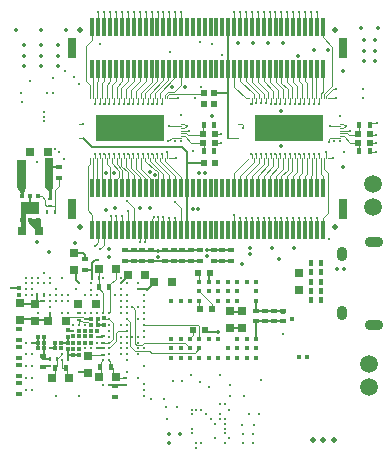
<source format=gbl>
G04 Layer_Physical_Order=8*
G04 Layer_Color=16711680*
%FSLAX25Y25*%
%MOIN*%
G70*
G01*
G75*
%ADD10R,0.00984X0.01181*%
%ADD13R,0.01968X0.01968*%
%ADD14R,0.01654X0.02165*%
%ADD15R,0.01968X0.01968*%
%ADD16R,0.02756X0.03150*%
%ADD17R,0.03150X0.02756*%
%ADD18R,0.02165X0.01654*%
%ADD19R,0.01181X0.01181*%
%ADD20R,0.01968X0.01575*%
%ADD21R,0.02756X0.09055*%
%ADD22R,0.01181X0.01575*%
%ADD23R,0.06299X0.03937*%
%ADD42C,0.00400*%
%ADD44C,0.00600*%
%ADD45C,0.00300*%
%ADD46C,0.00800*%
%ADD52C,0.01968*%
%ADD53C,0.05905*%
%ADD54O,0.06102X0.03543*%
%ADD55O,0.03543X0.04921*%
%ADD56C,0.01000*%
%ADD57C,0.01400*%
%ADD58C,0.01600*%
%ADD59C,0.02000*%
%ADD67R,0.01181X0.06299*%
%ADD68R,0.01181X0.01181*%
%ADD69R,0.01181X0.00984*%
%ADD70R,0.23000X0.09000*%
%ADD71R,0.01000X0.00400*%
%ADD72R,0.00400X0.01000*%
%ADD73R,0.03150X0.07087*%
G36*
X-56659Y7763D02*
Y1763D01*
X-58159D01*
Y9763D01*
X-56659D01*
Y7763D01*
D02*
G37*
G36*
X-51448Y1000D02*
X-53500D01*
Y2604D01*
X-55500Y4604D01*
Y6000D01*
X-51448D01*
Y1000D01*
D02*
G37*
G36*
X-56559Y16663D02*
X-57159Y14313D01*
X-58209D01*
X-59455Y16609D01*
Y25763D01*
X-56559D01*
Y16663D01*
D02*
G37*
G36*
X-47550Y16609D02*
X-48000Y15500D01*
Y12500D01*
X-49000D01*
Y15500D01*
X-50359Y16609D01*
Y26278D01*
X-47550D01*
Y16609D01*
D02*
G37*
D10*
X-34681Y-13488D02*
D03*
X-32319D02*
D03*
X-48481Y-40488D02*
D03*
X-46119D02*
D03*
X-50619Y-19312D02*
D03*
X-52981D02*
D03*
X-49381Y8312D02*
D03*
X-47019D02*
D03*
D13*
X2431Y34499D02*
D03*
X6368D02*
D03*
Y31600D02*
D03*
X2431D02*
D03*
X58169D02*
D03*
X54232D02*
D03*
Y34499D02*
D03*
X58169D02*
D03*
X3168Y-30999D02*
D03*
X-769D02*
D03*
X931Y-11800D02*
D03*
X4868D02*
D03*
X5469Y-24000D02*
D03*
X1531D02*
D03*
X6568Y24901D02*
D03*
X2631D02*
D03*
D14*
X6172Y37300D02*
D03*
X2628D02*
D03*
Y28800D02*
D03*
X6172D02*
D03*
X54428D02*
D03*
X57972D02*
D03*
Y37300D02*
D03*
X54428D02*
D03*
X41872Y-21000D02*
D03*
X38328D02*
D03*
Y-17900D02*
D03*
X41872D02*
D03*
Y-14800D02*
D03*
X38328D02*
D03*
Y-11700D02*
D03*
X41872D02*
D03*
X-32372Y-16700D02*
D03*
X-28828D02*
D03*
X-28228Y-43100D02*
D03*
X-31772D02*
D03*
X-46772Y-43500D02*
D03*
X-43228D02*
D03*
X38328Y-8600D02*
D03*
X41872D02*
D03*
D15*
X6200Y44331D02*
D03*
Y48268D02*
D03*
X2899D02*
D03*
Y44331D02*
D03*
D16*
X-43346Y-27900D02*
D03*
X-49054D02*
D03*
X-16946Y-12700D02*
D03*
X-22654D02*
D03*
X-13754Y-14900D02*
D03*
X-8046D02*
D03*
X-26646Y-10400D02*
D03*
X-32354D02*
D03*
X-26446Y-46500D02*
D03*
X-32154D02*
D03*
X-47854Y-46800D02*
D03*
X-42146D02*
D03*
X-58013Y2263D02*
D03*
X-52305D02*
D03*
X-49346Y28500D02*
D03*
X-55054D02*
D03*
X-39054Y-22200D02*
D03*
X-33346D02*
D03*
D17*
X-35900Y-45354D02*
D03*
Y-39646D02*
D03*
X-40600Y-5346D02*
D03*
Y-11054D02*
D03*
X-53600Y-22246D02*
D03*
Y-27954D02*
D03*
X11500Y-30354D02*
D03*
Y-24646D02*
D03*
X15500D02*
D03*
Y-30354D02*
D03*
X-58500Y-27554D02*
D03*
Y-21846D02*
D03*
X34600Y-11846D02*
D03*
Y-17554D02*
D03*
D18*
X-59000Y-48728D02*
D03*
Y-52272D02*
D03*
Y-42728D02*
D03*
Y-46272D02*
D03*
Y-36728D02*
D03*
Y-40272D02*
D03*
Y-30728D02*
D03*
Y-34272D02*
D03*
X11800Y-4328D02*
D03*
Y-7872D02*
D03*
X-20700D02*
D03*
Y-4328D02*
D03*
X-37000Y-7328D02*
D03*
Y-10872D02*
D03*
X-27000Y-53172D02*
D03*
Y-49628D02*
D03*
X-51000Y-43272D02*
D03*
Y-39728D02*
D03*
X8900Y-4328D02*
D03*
Y-7872D02*
D03*
X6000Y-4328D02*
D03*
Y-7872D02*
D03*
X-45600Y19828D02*
D03*
Y23372D02*
D03*
X-17800Y-4328D02*
D03*
Y-7872D02*
D03*
X-14900D02*
D03*
Y-4328D02*
D03*
X-10200D02*
D03*
Y-7872D02*
D03*
X-7300D02*
D03*
Y-4328D02*
D03*
X-4400D02*
D03*
Y-7872D02*
D03*
X-1400D02*
D03*
Y-4328D02*
D03*
X1500D02*
D03*
Y-7872D02*
D03*
X-23600D02*
D03*
Y-4328D02*
D03*
D19*
X-59000Y-19083D02*
D03*
Y-16917D02*
D03*
X-30700Y-27017D02*
D03*
Y-29183D02*
D03*
X-42700Y-33183D02*
D03*
Y-31017D02*
D03*
X-38800Y-37117D02*
D03*
Y-39283D02*
D03*
X-40800D02*
D03*
Y-37117D02*
D03*
Y-35183D02*
D03*
Y-33017D02*
D03*
X-38800D02*
D03*
Y-35183D02*
D03*
X-36800Y-33017D02*
D03*
Y-35183D02*
D03*
X-34800D02*
D03*
Y-33017D02*
D03*
X-42700Y-37283D02*
D03*
Y-35117D02*
D03*
D20*
X20100Y-27875D02*
D03*
Y-24725D02*
D03*
X29100Y-27875D02*
D03*
Y-24725D02*
D03*
X26100Y-27875D02*
D03*
Y-24725D02*
D03*
X23100Y-27875D02*
D03*
Y-24725D02*
D03*
D21*
X-57983Y21194D02*
D03*
X-48935D02*
D03*
D22*
X-57718Y13700D02*
D03*
X-55159D02*
D03*
X-52600D02*
D03*
Y5826D02*
D03*
X-55159D02*
D03*
X-57718D02*
D03*
D23*
X-55159Y9763D02*
D03*
D42*
X58272Y28500D02*
X60200D01*
X58268Y31500D02*
X60200D01*
X58400Y38100D02*
X60400D01*
X57972Y37672D02*
X58400Y38100D01*
X57972Y37300D02*
Y37672D01*
X45500Y50569D02*
Y63600D01*
X42386Y66714D02*
X45500Y63600D01*
X42386Y66714D02*
Y70187D01*
X42625Y47694D02*
X45500Y50569D01*
X-48493Y10300D02*
X-47000D01*
Y15800D02*
X-45600Y17200D01*
X-47000Y8331D02*
Y15800D01*
X-45600Y17200D02*
Y19828D01*
X-38975Y33100D02*
X-37700D01*
X10900D02*
X14025D01*
X-3700Y33900D02*
X-1400Y31600D01*
X-2400Y34000D02*
X1631D01*
X-3100Y34700D02*
X-2400Y34000D01*
X-4975Y33900D02*
X-3700D01*
X-4975Y34700D02*
X-3100D01*
X6368Y31600D02*
X8301D01*
X-16669Y70187D02*
Y75000D01*
X-20606Y70187D02*
Y75000D01*
X-35175Y24525D02*
Y26300D01*
X-35900Y23800D02*
X-35175Y24525D01*
X-35900Y9100D02*
Y23800D01*
X12800Y2472D02*
Y7300D01*
X-30500Y-2500D02*
Y2362D01*
X-32000Y-4000D02*
X-30500Y-2500D01*
X-32400Y-1600D02*
Y2396D01*
X-33600Y-2800D02*
X-32400Y-1600D01*
X-4858Y50842D02*
Y56013D01*
X-7100Y48600D02*
X-4858Y50842D01*
X-9155Y48600D02*
X-7100D01*
X-9100Y52500D02*
Y55709D01*
X-13575Y48025D02*
X-9100Y52500D01*
X-13575Y46300D02*
Y48025D01*
X-10375Y47380D02*
X-9155Y48600D01*
X-9575Y47049D02*
X-8823Y47800D01*
X-10375Y46300D02*
Y47380D01*
X-9575Y46300D02*
Y47049D01*
X-9100Y55709D02*
X-8795Y56013D01*
X-7100Y53100D02*
Y55740D01*
X-11975Y48225D02*
X-7100Y53100D01*
X-11975Y46300D02*
Y48225D01*
X-10800Y52300D02*
Y55977D01*
X-15175Y47925D02*
X-10800Y52300D01*
X-15175Y46300D02*
Y47925D01*
X58469Y34200D02*
X60200D01*
X58169Y34500D02*
X58469Y34200D01*
X-8775Y26300D02*
X-6400D01*
X30575Y70187D02*
Y75000D01*
X-35900Y9100D02*
X-34386Y7586D01*
X44500Y31900D02*
Y32900D01*
X44700Y33100D01*
X48025D01*
X-1400Y31600D02*
X2431D01*
X-36500Y52200D02*
Y63800D01*
X-38975Y37900D02*
X-37600D01*
X-35175Y46300D02*
Y50875D01*
X-34375Y46300D02*
Y56002D01*
X6368Y34499D02*
X8399D01*
X-7100Y55740D02*
X-6827Y56013D01*
X-8775Y46300D02*
X-6000D01*
X-9100Y32000D02*
X-8000Y33100D01*
X-4975D01*
X1631Y34000D02*
X2600Y34969D01*
X-4975Y35500D02*
X-2200D01*
X2600Y37172D02*
X2728Y37300D01*
X2600Y34969D02*
Y37172D01*
X2628Y28800D02*
Y31403D01*
X-3800Y36300D02*
X-3000Y37100D01*
X-4975Y36300D02*
X-3800D01*
Y37900D02*
X-3000Y37100D01*
X-4975Y37900D02*
X-3800D01*
X44800Y37100D02*
X48025D01*
X49200Y36300D02*
X50000Y37100D01*
X48025Y36300D02*
X49200D01*
X43425Y46300D02*
Y47049D01*
X45677Y49300D01*
X42386Y48586D02*
Y56013D01*
X41825Y48025D02*
X42386Y48586D01*
X42625Y46300D02*
Y47694D01*
X41825Y46300D02*
Y48025D01*
X49200Y37900D02*
X50000Y37100D01*
X48025Y37900D02*
X49200D01*
X54428Y28800D02*
Y31403D01*
X54232Y34499D02*
X54428Y34696D01*
Y37300D01*
X53732Y34000D02*
X54232Y34499D01*
X51200Y34000D02*
X53732D01*
X50500Y34700D02*
X51200Y34000D01*
X51600Y31600D02*
X54232D01*
X49300Y33900D02*
X51600Y31600D01*
X48025Y33900D02*
X49300D01*
X48025Y34700D02*
X50500D01*
X48025Y35500D02*
X51500D01*
X-9575Y26300D02*
Y28225D01*
X-9500Y28300D01*
X43425Y26300D02*
Y28375D01*
X44225Y26300D02*
X45700D01*
X-13155Y22400D02*
X-12400Y21645D01*
X-13623Y22400D02*
X-13155D01*
X-16775Y25552D02*
X-13623Y22400D01*
X-4858Y16587D02*
Y20035D01*
X-10375Y25552D02*
X-4858Y20035D01*
X-6827Y16587D02*
Y20421D01*
X-11606Y25200D02*
X-6827Y20421D01*
X-8795Y16587D02*
Y20772D01*
X-13575Y25552D02*
X-8795Y20772D01*
X-10764Y16587D02*
Y21140D01*
X-15175Y25552D02*
X-10764Y21140D01*
X-12400Y16919D02*
Y21645D01*
X-15175Y25552D02*
Y26300D01*
X-13575Y25552D02*
Y26300D01*
X-11975Y25552D02*
Y26300D01*
X-11623Y25200D02*
X-11606D01*
X-11975Y25552D02*
X-11623Y25200D01*
X-10375Y25552D02*
Y26300D01*
X-16775Y25552D02*
Y26300D01*
X-12700Y16619D02*
X-12400Y16919D01*
X-16700Y16617D02*
Y19400D01*
X-19975Y22675D02*
X-16700Y19400D01*
X-19975Y22675D02*
Y26300D01*
X-18638Y16587D02*
Y20038D01*
X-21575Y22975D02*
X-18638Y20038D01*
X-21575Y22975D02*
Y26300D01*
X-18375Y22881D02*
Y26300D01*
Y22881D02*
X-14701Y19207D01*
Y16587D02*
Y19207D01*
X-26512D02*
X-25500Y20219D01*
X-26512Y16587D02*
Y19207D01*
X-25500Y20219D02*
Y22200D01*
X-27975Y24675D02*
X-25500Y22200D01*
X-28500Y16606D02*
Y23500D01*
X-32400Y16604D02*
Y18300D01*
X-32775Y18675D02*
X-32400Y18300D01*
X-32775Y18675D02*
Y26300D01*
X-31175Y19875D02*
Y26300D01*
X-29575Y24575D02*
X-28500Y23500D01*
X-29575Y24575D02*
Y26300D01*
X-27975Y24675D02*
Y26300D01*
X-20600Y16593D02*
Y20763D01*
X-22575Y16587D02*
Y21606D01*
X-24775Y23806D02*
X-22575Y21606D01*
X-23175Y23337D02*
X-20600Y20763D01*
X-23175Y23337D02*
Y26300D01*
X-24775Y23806D02*
Y26300D01*
X-24500Y16630D02*
Y22400D01*
X-26375Y24275D02*
X-24500Y22400D01*
X-26375Y24275D02*
Y26300D01*
X44100Y8100D02*
Y21300D01*
X42386Y6386D02*
X44100Y8100D01*
X42386Y2413D02*
Y6386D01*
X42625Y22775D02*
X44100Y21300D01*
X42625Y22775D02*
Y26300D01*
X42386Y16587D02*
Y20486D01*
X41825Y21046D02*
X42386Y20486D01*
X41825Y21046D02*
Y26300D01*
X20700Y2446D02*
Y6500D01*
X22700Y2414D02*
Y6500D01*
X24600Y2483D02*
Y6500D01*
X26600Y2451D02*
Y6500D01*
X28500Y2520D02*
Y6500D01*
X30500Y2488D02*
Y6500D01*
X32500Y2457D02*
Y6500D01*
X34500Y2425D02*
Y6500D01*
X36400Y2494D02*
Y6500D01*
X38400Y2462D02*
Y6500D01*
X40400Y2431D02*
Y6500D01*
X29025Y22925D02*
Y26300D01*
X26638Y20538D02*
X29025Y22925D01*
X26638Y16587D02*
Y20538D01*
X40225Y16779D02*
Y26300D01*
Y16779D02*
X40417Y16587D01*
X38625Y20625D02*
Y26300D01*
X38449Y20449D02*
X38625Y20625D01*
X38449Y16587D02*
Y20449D01*
X41025Y26300D02*
Y27775D01*
X39425Y26300D02*
Y27775D01*
X37825Y26300D02*
Y27775D01*
X36225Y26300D02*
Y27775D01*
X37025Y21025D02*
Y26300D01*
X36480Y20480D02*
X37025Y21025D01*
X36480Y16587D02*
Y20480D01*
X35425Y21325D02*
Y26300D01*
X34512Y20412D02*
X35425Y21325D01*
X34512Y16587D02*
Y20412D01*
X33825Y21739D02*
Y26300D01*
X32543Y20457D02*
X33825Y21739D01*
X32543Y16587D02*
Y20457D01*
X32225Y22076D02*
Y26300D01*
X30575Y20425D02*
X32225Y22076D01*
X30575Y16587D02*
Y20425D01*
X30625Y22513D02*
Y26300D01*
X28606Y20494D02*
X30625Y22513D01*
X28606Y16587D02*
Y20494D01*
X27425Y23325D02*
Y26300D01*
X24669Y20569D02*
X27425Y23325D01*
X24669Y16587D02*
Y20569D01*
X25825Y23624D02*
Y26300D01*
X22701Y20499D02*
X25825Y23624D01*
X24225Y23961D02*
Y26300D01*
X20732Y20468D02*
X24225Y23961D01*
X20732Y16587D02*
Y20468D01*
X22625Y24325D02*
Y26300D01*
X18764Y20464D02*
X22625Y24325D01*
X18764Y16587D02*
Y20464D01*
X22701Y16587D02*
Y20499D01*
X21025Y24725D02*
Y26300D01*
X16795Y20495D02*
X21025Y24725D01*
X16795Y16587D02*
Y20495D01*
X34625Y26300D02*
Y27775D01*
X33025Y26300D02*
Y27775D01*
X31425Y26300D02*
Y27775D01*
X29825Y26300D02*
Y27775D01*
X28225Y26300D02*
Y27775D01*
X26625Y26300D02*
Y27775D01*
X25025Y26300D02*
Y27775D01*
X23425Y26300D02*
Y27775D01*
X21825Y26300D02*
Y27775D01*
X19425Y25025D02*
Y26300D01*
X14827Y20427D02*
X19425Y25025D01*
X14827Y16587D02*
Y20427D01*
X20225Y26300D02*
Y27775D01*
X18625Y26300D02*
Y27775D01*
X12858Y16587D02*
Y21333D01*
X17825Y26300D01*
X-18638Y2413D02*
X-18600Y2376D01*
Y-1700D02*
Y2376D01*
X-16900Y-1700D02*
Y2183D01*
X-14701Y6099D02*
X-13900Y6900D01*
X-14701Y2413D02*
Y6099D01*
X-12732Y2413D02*
X-12400Y2746D01*
X-6827Y2413D02*
Y6427D01*
X-8795Y2413D02*
Y6495D01*
X-10764Y2413D02*
Y6900D01*
X-22575Y2413D02*
Y8800D01*
X-26512Y2413D02*
Y7200D01*
X-34386Y2413D02*
Y7586D01*
X-30500Y2362D02*
X-30449Y2413D01*
X-11175Y26300D02*
Y27775D01*
X-12775Y26300D02*
Y27775D01*
X-14375Y26300D02*
Y27775D01*
X-15975Y26300D02*
Y27775D01*
X-17575Y26300D02*
Y27775D01*
X-19175Y26300D02*
Y27775D01*
X-20775Y26300D02*
Y27775D01*
X-22375Y26300D02*
Y27775D01*
X-23975Y26300D02*
Y27775D01*
X-25575Y26300D02*
Y27775D01*
X-27175Y26300D02*
Y27775D01*
X-28775Y26300D02*
Y27775D01*
X-30375Y26300D02*
Y27775D01*
X-31975Y26300D02*
Y27775D01*
X-32000Y27800D02*
X-31975Y27775D01*
X-33575Y26300D02*
Y27775D01*
X-33600Y27800D02*
X-33575Y27775D01*
X-34386Y16587D02*
X-34375Y16598D01*
Y26300D01*
X-34386Y65914D02*
Y70187D01*
X-36500Y63800D02*
X-34386Y65914D01*
X-12732Y52068D02*
Y56013D01*
X-16775Y48025D02*
X-12732Y52068D01*
X-16775Y46300D02*
Y48025D01*
X-10800Y55977D02*
X-10764Y56013D01*
X-14701Y51899D02*
Y56013D01*
X-18375Y48225D02*
X-14701Y51899D01*
X-18375Y46300D02*
Y48225D01*
X-16669Y52031D02*
Y56013D01*
X-19975Y48725D02*
X-16669Y52031D01*
X-19975Y46300D02*
Y48725D01*
X-18638Y52062D02*
Y56013D01*
X-21575Y49125D02*
X-18638Y52062D01*
X-21575Y46300D02*
Y49125D01*
X-20606Y52094D02*
Y56013D01*
X-23175Y49525D02*
X-20606Y52094D01*
X-23175Y46300D02*
Y49525D01*
X-22575Y52025D02*
Y56013D01*
X-24775Y49825D02*
X-22575Y52025D01*
X-24775Y46300D02*
Y49825D01*
X-24543Y52057D02*
Y56013D01*
X-26375Y50225D02*
X-24543Y52057D01*
X-26375Y46300D02*
Y50225D01*
X-11175Y44500D02*
Y46300D01*
X-12775Y44500D02*
Y46300D01*
X-14375Y44500D02*
Y46300D01*
X-15975Y44500D02*
Y46300D01*
X-17575Y44500D02*
Y46300D01*
X-19175Y44500D02*
Y46300D01*
X-20775Y44500D02*
Y46300D01*
X-22375Y44500D02*
Y46300D01*
X-28926Y-40974D02*
X-28400Y-41500D01*
Y-42900D02*
Y-41500D01*
X-31575Y-41654D02*
X-30895Y-40974D01*
X-31575Y-43000D02*
Y-41654D01*
X-28400Y-15500D02*
X-26646Y-13746D01*
Y-10400D01*
X-32319Y-13488D02*
Y-10435D01*
X737Y-29163D02*
X1276Y-29702D01*
Y-33799D02*
Y-29702D01*
X-376Y-38600D02*
X1276Y-36949D01*
X-3500Y-35323D02*
X-1874Y-36949D01*
Y-33574D02*
X-965Y-32665D01*
Y-30999D01*
X-1874Y-33799D02*
Y-33574D01*
X-17277Y-35377D02*
Y-35323D01*
X-30812Y-35081D02*
X-28939D01*
X-28806Y-27194D02*
X-27600Y-28400D01*
Y-33742D02*
Y-28400D01*
X-28926Y-35069D02*
X-27600Y-33742D01*
X-26500Y-31900D02*
X-25732Y-31132D01*
X-26500Y-34500D02*
Y-31900D01*
X-28926Y-36926D02*
X-26500Y-34500D01*
X-28926Y-37037D02*
Y-36926D01*
X931Y-11800D02*
X1276Y-12144D01*
X931Y-11800D02*
X1323D01*
X1276Y-14902D02*
Y-12144D01*
X-52600Y13700D02*
X-51200D01*
X-35700Y-39342D02*
X-30827D01*
X-30523Y-27194D02*
X-28926D01*
X-28806D01*
X-28939Y-35081D02*
X-28926Y-35069D01*
X-31475Y-46183D02*
Y-43000D01*
X1276Y-18051D02*
X5500Y-22276D01*
X-17277Y-35323D02*
X-3500D01*
X1276Y-23941D02*
Y-21201D01*
X5500Y-23834D02*
Y-22276D01*
Y-23834D02*
X5665Y-24000D01*
X-38769Y-29163D02*
Y-27581D01*
X-51200Y13700D02*
X-50100Y12600D01*
Y10900D02*
Y12600D01*
Y10900D02*
X-49502Y10302D01*
X-48659D01*
X-21052Y-23257D02*
X-21043D01*
X-17919Y-36018D02*
X-17277Y-35377D01*
X-15350Y-38050D02*
X-14800Y-38600D01*
X-376D01*
X-43643Y-27500D02*
X-43343D01*
X-42432Y-26589D01*
X-28926Y-25226D02*
X-28400Y-24700D01*
Y-15500D01*
X-32319Y-16981D02*
Y-13488D01*
Y-16981D02*
X-30895Y-18406D01*
Y-25226D02*
Y-18406D01*
X-17115Y-29163D02*
X737D01*
X-25732Y-31132D02*
X-23020D01*
X41025Y44500D02*
Y46300D01*
X39425Y44500D02*
Y46300D01*
X37825Y44500D02*
Y46300D01*
X36225Y44500D02*
Y46300D01*
X40225D02*
Y55821D01*
X40417Y56013D01*
X38625Y46300D02*
Y55837D01*
X38449Y56013D02*
X38625Y55837D01*
X36480Y56013D02*
X36500Y55994D01*
X14827Y56013D02*
X14900Y55940D01*
X12858Y56013D02*
X12900Y55972D01*
X34625Y44500D02*
Y46300D01*
X33025Y44500D02*
Y46300D01*
X31425Y44500D02*
Y46300D01*
X29825Y44500D02*
Y46300D01*
X28225Y44500D02*
Y46300D01*
X26625Y44500D02*
Y46300D01*
X25025Y44500D02*
Y46300D01*
X23425Y44800D02*
Y46300D01*
X21825Y44800D02*
Y46300D01*
X18625Y44500D02*
Y46300D01*
X-36500Y52200D02*
X-35175Y50875D01*
X-32417Y56013D02*
X-32400Y55996D01*
X-31175Y46300D02*
Y51325D01*
X-30449Y52051D01*
Y56013D01*
X-32775Y46300D02*
Y51625D01*
X-32400Y52000D01*
Y55996D01*
X-29575Y46300D02*
Y50925D01*
X-28480Y52020D01*
Y56013D01*
X-27975Y46300D02*
Y50625D01*
X-26512Y52088D01*
Y56013D01*
X12900Y50200D02*
Y55972D01*
Y50200D02*
X16800Y46300D01*
X17825D01*
X-8825Y70217D02*
X-8800Y70242D01*
X-6800Y70213D02*
X-6700Y70313D01*
X36500Y52100D02*
Y55994D01*
Y52100D02*
X37025Y51575D01*
Y46300D02*
Y51575D01*
X34512Y51988D02*
Y56013D01*
Y51988D02*
X35425Y51075D01*
Y46300D02*
Y51075D01*
X32543Y51857D02*
Y56013D01*
Y51857D02*
X33825Y50575D01*
Y46300D02*
Y50575D01*
X30575Y51825D02*
Y56013D01*
Y51825D02*
X32225Y50175D01*
Y46300D02*
Y50175D01*
X28606Y51494D02*
Y56013D01*
Y51494D02*
X30625Y49475D01*
Y46300D02*
Y49475D01*
X26638Y51662D02*
Y56013D01*
Y51662D02*
X29025Y49275D01*
Y46300D02*
Y49275D01*
X24669Y51831D02*
Y56013D01*
Y51831D02*
X27425Y49075D01*
Y46300D02*
Y49075D01*
X22701Y51999D02*
Y56013D01*
Y51999D02*
X25825Y48875D01*
Y46300D02*
Y48875D01*
X20732Y51868D02*
Y56013D01*
Y51868D02*
X24225Y48375D01*
Y46300D02*
Y48375D01*
X18764Y51736D02*
Y56013D01*
Y51736D02*
X22625Y47875D01*
Y46300D02*
Y47875D01*
X16795Y52105D02*
Y56013D01*
Y52105D02*
X21025Y47875D01*
Y46300D02*
Y47875D01*
X14900Y52200D02*
Y55940D01*
Y52200D02*
X19425Y47675D01*
Y46300D02*
Y47675D01*
X18700Y2550D02*
X18800Y2450D01*
X18700Y2550D02*
Y6500D01*
X16600Y2618D02*
X16800Y2418D01*
X14800Y2587D02*
X14900Y2487D01*
X14800Y2587D02*
Y6500D01*
X16600Y2618D02*
X16800Y2818D01*
Y6500D01*
X-9000Y37100D02*
X-4975D01*
X-8823Y47800D02*
X2431D01*
X2899Y48268D01*
X-6900Y11900D02*
X-4858Y9858D01*
Y2413D02*
Y9858D01*
X14025Y37900D02*
X15300D01*
X15900Y37300D01*
Y36600D02*
Y37300D01*
X-22800Y12000D02*
X-20606Y9806D01*
Y2413D02*
Y9806D01*
X-28480Y2413D02*
X-28200Y2694D01*
Y7200D01*
X-24500Y2457D02*
Y7200D01*
X-6900Y70513D02*
X-6700Y70313D01*
X-4900Y70228D02*
Y75000D01*
X-6900Y70513D02*
X-6800Y70613D01*
Y75000D01*
X-8800Y70242D02*
Y75000D01*
X-10800Y70223D02*
Y75000D01*
X-12725Y70194D02*
X-12700Y70219D01*
Y75000D01*
X-14700Y70187D02*
Y75000D01*
X-18625Y70199D02*
X-18600Y70224D01*
Y75000D01*
X-24543Y70187D02*
X-24500Y70230D01*
Y75000D01*
X-22500Y70362D02*
Y75000D01*
X-22625Y70237D02*
X-22500Y70362D01*
X-26500Y70198D02*
Y75000D01*
X-28500Y70220D02*
X-28480Y70200D01*
X-28500Y70220D02*
Y75000D01*
X-30500Y70238D02*
X-30400Y70338D01*
Y75000D01*
X-32400Y70204D02*
Y75000D01*
X12900Y70228D02*
Y75000D01*
X14800Y70360D02*
X14900Y70260D01*
X14800Y70360D02*
Y75000D01*
X16800Y70191D02*
Y75000D01*
X18800Y70223D02*
Y75000D01*
X20800Y70254D02*
Y75000D01*
X22700Y70187D02*
Y75000D01*
X24700Y70217D02*
Y75000D01*
X26600Y70224D02*
Y75000D01*
X28600Y70193D02*
Y75000D01*
X32500Y70230D02*
Y75000D01*
X34500Y70198D02*
Y75000D01*
X36500Y70206D02*
Y75000D01*
X38500Y70238D02*
Y75000D01*
X40400Y70369D02*
X40500Y70269D01*
X40400Y70369D02*
Y75000D01*
X45677Y49300D02*
X46800D01*
X44225Y46300D02*
X46800D01*
X-27600Y-46500D02*
Y-43725D01*
X-24000Y44500D02*
X-23975Y44525D01*
Y46300D01*
X-25600Y44500D02*
X-25575Y44525D01*
Y46300D01*
X-27200Y44500D02*
X-27175Y44525D01*
Y46300D01*
X-28800Y44500D02*
X-28775Y44525D01*
Y46300D01*
X-30400Y44500D02*
X-30375Y44525D01*
Y46300D01*
X-33600Y44500D02*
X-33575Y44525D01*
Y46300D01*
X-32000Y44500D02*
X-31975Y44525D01*
Y46300D01*
X-30449Y16587D02*
Y19149D01*
X-31175Y19875D02*
X-30449Y19149D01*
X-27600Y-46500D02*
X-26446D01*
X-26127Y-46819D01*
X-23412D01*
X57972Y28800D02*
X58272Y28500D01*
X20225Y44825D02*
Y46300D01*
X-12400Y2746D02*
Y6900D01*
D44*
X-48072Y23372D02*
X-45600D01*
X-61600Y-16900D02*
X-59017D01*
X11300Y-7900D02*
X11800Y-7400D01*
X6225Y-7900D02*
X11300D01*
X6000Y-7675D02*
X6225Y-7900D01*
X1375Y-7800D02*
X1500Y-7675D01*
X-1597Y-4525D02*
X-1400Y-4328D01*
X1303D01*
X1500Y-4525D01*
X-17800Y-4472D02*
Y-4300D01*
X-17854Y-4525D02*
X-17800Y-4472D01*
Y-4328D02*
Y-4300D01*
Y-4328D02*
X-17603Y-4525D01*
X-23600D02*
X-17854D01*
X-17603D02*
X-1597D01*
X-37000Y-7328D02*
Y-6000D01*
X-37657Y-5342D02*
X-37000Y-6000D01*
X-40000Y-5342D02*
X-37657D01*
X-34575Y-13382D02*
Y-10843D01*
X-37000Y-10872D02*
X-34603D01*
X3300Y-31500D02*
X7500Y-31499D01*
X11785Y-30158D02*
X15500D01*
X11643Y-30300D02*
X11785Y-30158D01*
X11500Y-24843D02*
X15500D01*
X4425Y-12242D02*
X4868Y-11800D01*
X4425Y-14902D02*
Y-12242D01*
X-39800Y-14352D02*
X-38769Y-15383D01*
X-39800Y-14352D02*
Y-10142D01*
X-39658Y-10000D01*
X-32845Y-37019D02*
X-30788D01*
X-32863Y-33100D02*
X-31193D01*
X-32843Y-29183D02*
X-30700D01*
X-50937Y-40488D02*
X-48481D01*
X-50517Y-37000D02*
Y-35100D01*
Y-33200D01*
X-52683Y-35100D02*
Y-33200D01*
Y-37000D02*
Y-35100D01*
X-54485D02*
X-52683D01*
X-46883Y-37000D02*
Y-35100D01*
X-48574Y-37000D02*
X-46883D01*
X-32863Y-29163D02*
Y-27446D01*
X-38769Y-44911D02*
X-35954D01*
X-35700Y-44657D01*
X-26756Y-49181D02*
X-23412D01*
X-26975Y-49400D02*
X-26756Y-49181D01*
X-40800Y-39283D02*
X-38800D01*
X-50517Y-39443D02*
Y-37000D01*
X-51000Y-39925D02*
X-50517Y-39443D01*
X-51500Y-39925D02*
X-50937Y-40488D01*
X20173Y-33799D02*
Y-27875D01*
X-38819Y-25219D02*
X-38788D01*
X20100Y-24725D02*
X23100D01*
X26100D01*
X29100D01*
X20173D02*
Y-21201D01*
X20100Y-27875D02*
X23100D01*
X26100D01*
X29100D01*
X-34575Y-10843D02*
Y-8675D01*
X-33500Y-7600D01*
X-32500D01*
X-44625Y-35117D02*
X-42700D01*
X-42683Y-39283D02*
X-40800D01*
X-42700Y-40968D02*
Y-37283D01*
X-42586Y-31132D02*
X-40737D01*
X-42700Y-35117D02*
Y-33183D01*
X-58100Y-27358D02*
X-53100D01*
X-53000Y-22343D02*
Y-19500D01*
X-51368Y-42943D02*
X-48611D01*
Y-37037D02*
X-48574Y-37000D01*
X-1668Y-7800D02*
X-1597Y-7872D01*
X-14900D02*
X-10200D01*
X-7300D01*
X-4400D01*
X-1872D01*
X-23403D02*
X-20700D01*
X-23600Y-7675D02*
X-23403Y-7872D01*
X3800Y-4300D02*
X3828Y-4328D01*
X11800D01*
X-20700Y-7872D02*
X-17800D01*
X-14900D01*
X-1100Y-7800D02*
X1375D01*
X-27275Y-49100D02*
X-26975Y-49400D01*
X-28900Y-49100D02*
X-27275D01*
D45*
X-46900Y-43825D02*
X-46119Y-43044D01*
X-46900Y-45846D02*
Y-43825D01*
X-47854Y-46800D02*
X-46900Y-45846D01*
X-44500Y-43500D02*
X-43228D01*
X-44674Y-43326D02*
X-44500Y-43500D01*
X-44674Y-43326D02*
Y-40974D01*
X-43228Y-43500D02*
X-43000Y-43728D01*
Y-46143D02*
Y-43728D01*
Y-46143D02*
X-42342Y-46800D01*
Y-47000D02*
Y-46800D01*
X-48512Y10319D02*
X-48493Y10300D01*
X-47019Y8312D02*
X-47000Y8331D01*
X-47019Y10200D02*
X-47000Y10219D01*
X-48935Y22508D02*
X-48072Y23372D01*
X10899Y44800D02*
X10900Y44800D01*
X-50228Y29383D02*
X-49346Y28500D01*
X-54754D02*
X-54100Y29154D01*
X-28400Y-42900D02*
X-28100Y-43200D01*
X-34603Y-10872D02*
X-34575Y-10843D01*
X-21043Y-23257D02*
X-20100Y-24200D01*
X-46319Y-40488D02*
X-46157D01*
X-46119Y-43044D02*
Y-40488D01*
X-46157D02*
X-44674Y-39006D01*
X-35833Y-28150D02*
X-34783Y-29200D01*
X-38788Y-27581D02*
X-38769D01*
X-38550Y-27800D01*
X-37900D01*
X-37550Y-28150D01*
X-35833D01*
X-22015Y-36185D02*
X-20150Y-38050D01*
X-15350D01*
X-42432Y-26589D02*
X-37405D01*
X-36800Y-27194D01*
X-20100Y-35600D02*
X-19681Y-36018D01*
X-17919D01*
X-23600Y-7872D02*
X-23403D01*
X-22015Y-36185D02*
Y-28200D01*
X-20100Y-35600D02*
Y-24200D01*
X-23020Y-27194D02*
X-22015Y-28200D01*
X6200Y48268D02*
X6369Y48100D01*
X-28325Y-43000D02*
X-27600Y-43725D01*
D46*
X-34700Y30100D02*
X-4500D01*
X-37700Y33100D02*
X-34700Y30100D01*
X-19083Y-17352D02*
X-16105D01*
X-16058Y-17400D01*
X-55159Y9763D02*
Y13700D01*
X-36794Y-27200D02*
X-34783D01*
X-24989Y-15383D02*
X-22457Y-12852D01*
X-16058Y-17400D02*
X-13557Y-14900D01*
X-53100Y-27500D02*
X-48957D01*
X-58000Y-22343D02*
X-53000D01*
X-48611Y-27953D02*
Y-25226D01*
X-51947Y-21289D02*
X-50580D01*
X10900Y33100D02*
Y44800D01*
X-4500Y30100D02*
X-2890Y28490D01*
Y2413D02*
Y16587D01*
X-2789Y24901D02*
X2631D01*
X-2890Y16587D02*
Y28490D01*
X6369Y48100D02*
X10900D01*
Y44800D02*
Y48100D01*
Y70176D01*
D52*
X46520Y3594D02*
D03*
X-38520D02*
D03*
Y69006D02*
D03*
X46520D02*
D03*
D53*
X59000Y9963D02*
D03*
Y17837D02*
D03*
X57900Y-42063D02*
D03*
Y-49937D02*
D03*
D54*
X59291Y-1720D02*
D03*
Y-29280D02*
D03*
D55*
X48661Y-5658D02*
D03*
Y-25343D02*
D03*
D56*
X60200Y28500D02*
D03*
Y31500D02*
D03*
X15900Y36600D02*
D03*
X6200Y44331D02*
D03*
X1700Y50200D02*
D03*
X-32000Y-4000D02*
D03*
X-33600Y-2800D02*
D03*
X-49616Y48074D02*
D03*
X-47647D02*
D03*
X60200Y34200D02*
D03*
X1600Y65000D02*
D03*
X-8400Y61900D02*
D03*
X-6400Y26300D02*
D03*
X-46800Y29600D02*
D03*
X-34832Y-19320D02*
D03*
X-800Y28900D02*
D03*
X-43900Y26200D02*
D03*
X44500Y31900D02*
D03*
X-35000Y-17400D02*
D03*
X-34832Y-15383D02*
D03*
X-52548Y-15383D02*
D03*
X-61600Y-16900D02*
D03*
X-37600Y37900D02*
D03*
X5601Y64368D02*
D03*
X-39000Y51200D02*
D03*
X-52800Y25028D02*
D03*
X-45700Y28500D02*
D03*
X-31999Y64468D02*
D03*
X-40500Y53500D02*
D03*
X-50639Y38653D02*
D03*
Y41753D02*
D03*
X-50600Y40200D02*
D03*
X-55211Y52053D02*
D03*
X-47700Y53083D02*
D03*
X6172Y28800D02*
D03*
X2899Y44331D02*
D03*
X-228Y46300D02*
D03*
X6200Y36800D02*
D03*
X-9100Y32000D02*
D03*
X-2200Y35500D02*
D03*
X8400Y34500D02*
D03*
Y31500D02*
D03*
X-3000Y37100D02*
D03*
X44800D02*
D03*
X-5000Y40700D02*
D03*
X60400Y38100D02*
D03*
X50000Y37100D02*
D03*
X48100Y40600D02*
D03*
X51500Y35500D02*
D03*
X49569Y28400D02*
D03*
X-9500Y28300D02*
D03*
X43400Y28400D02*
D03*
X45700Y26300D02*
D03*
X-6000Y46300D02*
D03*
X48000Y32000D02*
D03*
X46100D02*
D03*
X-7000D02*
D03*
X-5000D02*
D03*
X40400Y6500D02*
D03*
X38400D02*
D03*
X36400D02*
D03*
X34500D02*
D03*
X32500D02*
D03*
X30500D02*
D03*
X28500D02*
D03*
X26600D02*
D03*
X24600D02*
D03*
X22700D02*
D03*
X20700D02*
D03*
X12800Y7300D02*
D03*
X41000Y27800D02*
D03*
X39400D02*
D03*
X37800D02*
D03*
X36200D02*
D03*
X34600D02*
D03*
X33000D02*
D03*
X31400D02*
D03*
X29800D02*
D03*
X28200D02*
D03*
X26600D02*
D03*
X25000D02*
D03*
X23400D02*
D03*
X21800D02*
D03*
X20200D02*
D03*
X18600D02*
D03*
X-13900Y6900D02*
D03*
X-6900Y11900D02*
D03*
Y6500D02*
D03*
X-8800D02*
D03*
X-16900Y-1700D02*
D03*
X-18600D02*
D03*
X-11200Y27800D02*
D03*
X-12800D02*
D03*
X-14400D02*
D03*
X-16000D02*
D03*
X-17600D02*
D03*
X-19200D02*
D03*
X-20800D02*
D03*
X-22400D02*
D03*
X-24000D02*
D03*
X-25600D02*
D03*
X-27200D02*
D03*
X-28800D02*
D03*
X-30400D02*
D03*
X-32000D02*
D03*
X-33600D02*
D03*
X-19083Y-15383D02*
D03*
Y-17352D02*
D03*
X-25000Y-17352D02*
D03*
X-19083Y-39006D02*
D03*
X-17115Y-37037D02*
D03*
X-23020D02*
D03*
X-19083D02*
D03*
X-17115Y-23257D02*
D03*
X-59000Y-52272D02*
D03*
Y-48728D02*
D03*
Y-46272D02*
D03*
Y-42728D02*
D03*
Y-40272D02*
D03*
Y-36728D02*
D03*
Y-34272D02*
D03*
Y-30728D02*
D03*
X-9772Y-56500D02*
D03*
X-6228D02*
D03*
X11500Y-52800D02*
D03*
Y-49200D02*
D03*
X29068Y-32314D02*
D03*
X-39800Y-17300D02*
D03*
X-42706Y-21289D02*
D03*
X-32863D02*
D03*
X-30827Y-39342D02*
D03*
X-28926Y-37037D02*
D03*
X19075Y-68500D02*
D03*
X9709D02*
D03*
X15335Y-62501D02*
D03*
X15925Y-68500D02*
D03*
X19075Y-65500D02*
D03*
X15925D02*
D03*
X21075Y-59000D02*
D03*
X17925D02*
D03*
X1500Y-48200D02*
D03*
X-42706Y-40974D02*
D03*
X4500Y-49800D02*
D03*
X-15000Y-53900D02*
D03*
X-17115Y-52785D02*
D03*
Y-48848D02*
D03*
Y-50817D02*
D03*
X260Y-70075D02*
D03*
X-1315Y-65350D02*
D03*
X3409Y-59051D02*
D03*
X-1315D02*
D03*
X1835Y-57476D02*
D03*
X-34832Y-37037D02*
D03*
Y-35069D02*
D03*
Y-33100D02*
D03*
X8000Y-46000D02*
D03*
X-1500Y-45900D02*
D03*
X-10400Y-54000D02*
D03*
X8134Y-60626D02*
D03*
Y-59051D02*
D03*
X8134Y-55400D02*
D03*
X9700D02*
D03*
X9709Y-60626D02*
D03*
X11200Y-57500D02*
D03*
X16100Y-52900D02*
D03*
X21637Y-47547D02*
D03*
X19468Y-62501D02*
D03*
X-7500Y-48031D02*
D03*
X-4499Y-48032D02*
D03*
X-1315Y-63776D02*
D03*
X6559Y-66925D02*
D03*
X11283D02*
D03*
X9709Y-65350D02*
D03*
X4984Y-60626D02*
D03*
X-24989Y-21289D02*
D03*
X-32863Y-35069D02*
D03*
X-23020Y-19320D02*
D03*
X-19083Y-46880D02*
D03*
X-17115Y-13415D02*
D03*
X-23020Y-44911D02*
D03*
X-30895Y-40974D02*
D03*
X-23020D02*
D03*
X-28926D02*
D03*
X-24989Y-39006D02*
D03*
X-28926D02*
D03*
X-24989Y-37037D02*
D03*
X-28926Y-35069D02*
D03*
X-38769Y-37037D02*
D03*
X-36800D02*
D03*
X-32863D02*
D03*
X-28926Y-33100D02*
D03*
X-32863D02*
D03*
X-36800D02*
D03*
X-38769D02*
D03*
Y-31132D02*
D03*
X-36800D02*
D03*
X-32863D02*
D03*
X-28926D02*
D03*
X-23020Y-29163D02*
D03*
X-28926D02*
D03*
X-32863D02*
D03*
X-36800D02*
D03*
X-38769D02*
D03*
X-28926Y-27194D02*
D03*
X-30895Y-25226D02*
D03*
X-28926D02*
D03*
X-24989D02*
D03*
Y-19320D02*
D03*
X-23020Y-15383D02*
D03*
X-24989D02*
D03*
Y-13415D02*
D03*
X-36800Y-19320D02*
D03*
Y-25226D02*
D03*
X-38769Y-15383D02*
D03*
X-42706Y-25226D02*
D03*
X-44674D02*
D03*
X-40737Y-33100D02*
D03*
X-44674Y-35069D02*
D03*
X-40737Y-37037D02*
D03*
X-44674D02*
D03*
Y-39006D02*
D03*
Y-40974D02*
D03*
X-54517Y-50817D02*
D03*
X-56485D02*
D03*
X-54517Y-46880D02*
D03*
X-56485D02*
D03*
X-54517Y-42943D02*
D03*
X-56485D02*
D03*
Y-39006D02*
D03*
X-54517D02*
D03*
Y-35069D02*
D03*
X-56485D02*
D03*
X-44674Y-21289D02*
D03*
X-46643D02*
D03*
X-42706Y-19320D02*
D03*
X-44674D02*
D03*
X-54517D02*
D03*
X-56485D02*
D03*
X-54517Y-17352D02*
D03*
X-44674Y-13415D02*
D03*
X-48611D02*
D03*
X9709Y-62201D02*
D03*
X6600Y-62200D02*
D03*
X9709Y-63776D02*
D03*
X260Y-68500D02*
D03*
X1835D02*
D03*
X-1315Y-57476D02*
D03*
X260D02*
D03*
X-9700Y-60625D02*
D03*
X-40737Y-29163D02*
D03*
Y-31132D02*
D03*
X-26957Y-52785D02*
D03*
X-38769D02*
D03*
Y-44911D02*
D03*
X-34832Y-31132D02*
D03*
X-30895Y-13415D02*
D03*
X-32863Y-25226D02*
D03*
X-38800Y-23257D02*
D03*
X-38769Y-25226D02*
D03*
X-36800Y-27194D02*
D03*
X-46643Y-52785D02*
D03*
X-32500Y-7600D02*
D03*
X-59000Y-19083D02*
D03*
X-17115Y-42943D02*
D03*
X-26957Y-19320D02*
D03*
X-49381Y8312D02*
D03*
X-52600Y-25200D02*
D03*
X-32863Y-19320D02*
D03*
X-34832Y-25226D02*
D03*
X-21052Y-33100D02*
D03*
X-46643Y-17352D02*
D03*
X-48611Y-15383D02*
D03*
X-50580D02*
D03*
X-48611Y-42943D02*
D03*
Y-37037D02*
D03*
Y-25226D02*
D03*
Y-23257D02*
D03*
Y-21289D02*
D03*
Y-19320D02*
D03*
X-50580Y-35069D02*
D03*
Y-21289D02*
D03*
Y-19320D02*
D03*
X-19083Y-27194D02*
D03*
Y-23257D02*
D03*
X-23020D02*
D03*
Y-21289D02*
D03*
X-24989Y-23257D02*
D03*
X-21052D02*
D03*
X-17115Y-19320D02*
D03*
Y-21289D02*
D03*
X-46643Y-19320D02*
D03*
X-23020Y-35069D02*
D03*
Y-39006D02*
D03*
Y-33100D02*
D03*
X-24989Y-35069D02*
D03*
Y-33100D02*
D03*
X-19083D02*
D03*
Y-35069D02*
D03*
X-17115Y-33100D02*
D03*
X-56485Y-13415D02*
D03*
Y-15383D02*
D03*
Y-17352D02*
D03*
X-54517Y-13415D02*
D03*
Y-15383D02*
D03*
X-17115Y-29163D02*
D03*
X-24989D02*
D03*
X-23020Y-31132D02*
D03*
X-17115Y-25226D02*
D03*
X-23020Y-25226D02*
D03*
X-17115Y-31132D02*
D03*
X-17100Y-27200D02*
D03*
X-23020Y-27194D02*
D03*
X-50600Y-11900D02*
D03*
X-52548Y-13415D02*
D03*
X18700Y6500D02*
D03*
X14800D02*
D03*
X16800D02*
D03*
X-9000Y37100D02*
D03*
X44500Y-432D02*
D03*
X6568Y24901D02*
D03*
X-28900Y-49100D02*
D03*
X-22800Y12000D02*
D03*
X-22600Y8800D02*
D03*
X-28200Y7200D02*
D03*
X-26500D02*
D03*
X-24500D02*
D03*
X-4900Y75000D02*
D03*
X-6800D02*
D03*
X-8800D02*
D03*
X-10800D02*
D03*
X-12700D02*
D03*
X-14700D02*
D03*
X-16700D02*
D03*
X-18600D02*
D03*
X-20600D02*
D03*
X-24500D02*
D03*
X-22500D02*
D03*
X-26500D02*
D03*
X-28500D02*
D03*
X-30400D02*
D03*
X-32400D02*
D03*
X12900D02*
D03*
X14800D02*
D03*
X16800D02*
D03*
X18800D02*
D03*
X20800D02*
D03*
X22700D02*
D03*
X24700D02*
D03*
X26600D02*
D03*
X28600D02*
D03*
X30600D02*
D03*
X32500D02*
D03*
X34500D02*
D03*
X36500D02*
D03*
X38500D02*
D03*
X40400D02*
D03*
X-30900Y-49200D02*
D03*
X-58100Y48100D02*
D03*
X-57800Y45100D02*
D03*
X55700Y49300D02*
D03*
Y46300D02*
D03*
X46800Y49300D02*
D03*
Y46300D02*
D03*
X8700Y60700D02*
D03*
X-40737Y-35069D02*
D03*
X-38769D02*
D03*
X-36800D02*
D03*
X-11200Y44500D02*
D03*
X-14400D02*
D03*
X-12800D02*
D03*
X-16000D02*
D03*
X-17600D02*
D03*
X-19200D02*
D03*
X-20800D02*
D03*
X-22400D02*
D03*
X-24000D02*
D03*
X-25600D02*
D03*
X-27200D02*
D03*
X-28800D02*
D03*
X-30400D02*
D03*
X-33600D02*
D03*
X-32000D02*
D03*
X18600D02*
D03*
X25000D02*
D03*
X26600D02*
D03*
X28200D02*
D03*
X29800D02*
D03*
X31400D02*
D03*
X33000D02*
D03*
X34600D02*
D03*
X36200D02*
D03*
X37800D02*
D03*
X39400D02*
D03*
X41000D02*
D03*
X20200Y44800D02*
D03*
X21800D02*
D03*
X23400D02*
D03*
X-43500Y55400D02*
D03*
X-12400Y6900D02*
D03*
X-10800D02*
D03*
D57*
X-12500Y-6400D02*
D03*
X3800Y-6300D02*
D03*
X-1400Y-7900D02*
D03*
X-17800D02*
D03*
X44000Y62600D02*
D03*
X49000Y55600D02*
D03*
X28548Y42000D02*
D03*
X28500Y30600D02*
D03*
X-48800Y-5000D02*
D03*
X-52800Y-1600D02*
D03*
X-29800Y9200D02*
D03*
X-27000Y9900D02*
D03*
X56157Y58700D02*
D03*
Y62200D02*
D03*
X-53400Y4900D02*
D03*
X-52300Y3000D02*
D03*
X49272Y23400D02*
D03*
X-3500Y50000D02*
D03*
X-8000D02*
D03*
X-27200Y21400D02*
D03*
X-15300Y9700D02*
D03*
X-49346Y28500D02*
D03*
X-55500D02*
D03*
X14082Y64800D02*
D03*
X5400Y40300D02*
D03*
X27800Y-7300D02*
D03*
X18000Y-3500D02*
D03*
Y-5500D02*
D03*
X15500Y-8900D02*
D03*
X29100Y64818D02*
D03*
X24100D02*
D03*
X19100D02*
D03*
X-48900Y21600D02*
D03*
Y24200D02*
D03*
X59700Y58700D02*
D03*
Y62200D02*
D03*
Y65700D02*
D03*
X56157D02*
D03*
X60783Y69700D02*
D03*
X55074D02*
D03*
X-45728Y60500D02*
D03*
X-51500Y57000D02*
D03*
X-45728Y64000D02*
D03*
X-43146Y69000D02*
D03*
X-59854D02*
D03*
X-57272Y64000D02*
D03*
Y60500D02*
D03*
Y57000D02*
D03*
X-45728D02*
D03*
X-51500Y60500D02*
D03*
Y64000D02*
D03*
Y69000D02*
D03*
X-40100Y-2000D02*
D03*
X25500Y-3500D02*
D03*
X32900D02*
D03*
X11800Y-7900D02*
D03*
X9000D02*
D03*
X-13700Y20800D02*
D03*
X-15300Y21700D02*
D03*
X-29800Y21400D02*
D03*
X34600Y-17554D02*
D03*
Y-11846D02*
D03*
X41872Y-8600D02*
D03*
X38328D02*
D03*
X41872Y-11700D02*
D03*
X38328D02*
D03*
X41872Y-14800D02*
D03*
X38328D02*
D03*
X41872Y-17900D02*
D03*
X38328Y-21000D02*
D03*
X41872D02*
D03*
X11800Y-4328D02*
D03*
X8900D02*
D03*
X6000D02*
D03*
X-1400D02*
D03*
X-17800Y-4300D02*
D03*
X-8772Y-68500D02*
D03*
Y-65500D02*
D03*
X-5200D02*
D03*
X7500Y-31600D02*
D03*
X15500Y-30158D02*
D03*
X-12500Y-4500D02*
D03*
X-29000Y-4000D02*
D03*
Y-6500D02*
D03*
X-40000Y-5342D02*
D03*
X1000Y21500D02*
D03*
X3000D02*
D03*
X15500Y-24843D02*
D03*
X20100Y-24725D02*
D03*
Y-27875D02*
D03*
X26100Y-24725D02*
D03*
Y-27875D02*
D03*
X-53300Y9800D02*
D03*
X-57100D02*
D03*
X3800Y-4300D02*
D03*
X34100Y60600D02*
D03*
X39300Y62600D02*
D03*
X47200Y-10400D02*
D03*
X49300D02*
D03*
X900Y9600D02*
D03*
X-1000D02*
D03*
X-18600Y9700D02*
D03*
X38328Y-17900D02*
D03*
D58*
X20173Y-36949D02*
D03*
X29068Y-24811D02*
D03*
X32100Y-27122D02*
D03*
X1276Y-33799D02*
D03*
Y-36949D02*
D03*
X-1874D02*
D03*
X1276Y-40098D02*
D03*
X20173Y-21201D02*
D03*
X4425Y-40098D02*
D03*
Y-33799D02*
D03*
X10724Y-40098D02*
D03*
X1276Y-21201D02*
D03*
X-1874Y-40098D02*
D03*
Y-33799D02*
D03*
X-8173Y-40098D02*
D03*
Y-33799D02*
D03*
Y-36949D02*
D03*
X-5024Y-40098D02*
D03*
Y-21201D02*
D03*
X-8173D02*
D03*
X13874Y-40098D02*
D03*
X17024Y-36949D02*
D03*
Y-33799D02*
D03*
X13874D02*
D03*
Y-36949D02*
D03*
X-5024D02*
D03*
Y-33799D02*
D03*
X17024Y-40098D02*
D03*
X20173D02*
D03*
Y-33799D02*
D03*
Y-14902D02*
D03*
X13874D02*
D03*
X4425D02*
D03*
X-8173D02*
D03*
X20173Y-18051D02*
D03*
X17024Y-14902D02*
D03*
X13874Y-21201D02*
D03*
Y-18051D02*
D03*
X10724Y-21201D02*
D03*
Y-18051D02*
D03*
Y-14902D02*
D03*
X7575Y-21201D02*
D03*
X4425Y-18051D02*
D03*
X-1874Y-21201D02*
D03*
X1276Y-14902D02*
D03*
X7575D02*
D03*
Y-18051D02*
D03*
Y-40098D02*
D03*
X34468Y-39782D02*
D03*
X36968D02*
D03*
X1276Y-18051D02*
D03*
X10724Y-36949D02*
D03*
X7575Y-33799D02*
D03*
D59*
X46000Y-67400D02*
D03*
X42500D02*
D03*
X39000D02*
D03*
D67*
X-921Y16587D02*
D03*
X-2890D02*
D03*
X-4858D02*
D03*
X-6827D02*
D03*
X-8795D02*
D03*
X-10764D02*
D03*
X-12732Y2413D02*
D03*
Y16587D02*
D03*
X-14701Y2413D02*
D03*
Y16587D02*
D03*
X-16669Y2413D02*
D03*
Y16587D02*
D03*
X-18638Y2413D02*
D03*
Y16587D02*
D03*
X-20606Y2413D02*
D03*
Y16587D02*
D03*
X-22575Y2413D02*
D03*
Y16587D02*
D03*
X-24543Y2413D02*
D03*
Y16587D02*
D03*
X-26512Y2413D02*
D03*
Y16587D02*
D03*
X-28480Y2413D02*
D03*
Y16587D02*
D03*
X-30449Y2413D02*
D03*
Y16587D02*
D03*
X-32417D02*
D03*
X-921Y2413D02*
D03*
X-2890D02*
D03*
X-4858D02*
D03*
X-6827D02*
D03*
X-8795D02*
D03*
X-10764D02*
D03*
X-34386D02*
D03*
X-32417D02*
D03*
X-34386Y16587D02*
D03*
X3016Y2413D02*
D03*
X1047D02*
D03*
X24669D02*
D03*
X26638D02*
D03*
X28606D02*
D03*
X30575D02*
D03*
X32543D02*
D03*
X34512D02*
D03*
X4984D02*
D03*
X6953D02*
D03*
X8921D02*
D03*
X10890D02*
D03*
X12858D02*
D03*
X14827D02*
D03*
X16795D02*
D03*
X18764D02*
D03*
X20732D02*
D03*
X22701D02*
D03*
X42386D02*
D03*
X40417D02*
D03*
X38449D02*
D03*
X36480D02*
D03*
X1047Y16587D02*
D03*
X3016D02*
D03*
X4984D02*
D03*
X6953D02*
D03*
X8921D02*
D03*
X10890D02*
D03*
X12858D02*
D03*
X14827D02*
D03*
X16795D02*
D03*
X18764D02*
D03*
X20732D02*
D03*
X22701D02*
D03*
X24669D02*
D03*
X26638D02*
D03*
X28606D02*
D03*
X30575D02*
D03*
X32543D02*
D03*
X34512D02*
D03*
X42386D02*
D03*
X40417D02*
D03*
X38449D02*
D03*
X36480D02*
D03*
X8921Y56013D02*
D03*
X10890D02*
D03*
X12858D02*
D03*
X14827D02*
D03*
X16795D02*
D03*
X18764D02*
D03*
X20732Y70187D02*
D03*
Y56013D02*
D03*
X22701Y70187D02*
D03*
Y56013D02*
D03*
X24669Y70187D02*
D03*
Y56013D02*
D03*
X26638Y70187D02*
D03*
Y56013D02*
D03*
X28606Y70187D02*
D03*
Y56013D02*
D03*
X30575Y70187D02*
D03*
Y56013D02*
D03*
X32543Y70187D02*
D03*
Y56013D02*
D03*
X34512Y70187D02*
D03*
Y56013D02*
D03*
X36480Y70187D02*
D03*
Y56013D02*
D03*
X38449Y70187D02*
D03*
Y56013D02*
D03*
X40417D02*
D03*
X8921Y70187D02*
D03*
X10890D02*
D03*
X12858D02*
D03*
X14827D02*
D03*
X16795D02*
D03*
X18764D02*
D03*
X42386D02*
D03*
X40417D02*
D03*
X42386Y56013D02*
D03*
X4984Y70187D02*
D03*
X6953D02*
D03*
X-16669D02*
D03*
X-18638D02*
D03*
X-20606D02*
D03*
X-22575D02*
D03*
X-24543D02*
D03*
X-26512D02*
D03*
X3016D02*
D03*
X1047D02*
D03*
X-921D02*
D03*
X-2890D02*
D03*
X-4858D02*
D03*
X-6827D02*
D03*
X-8795D02*
D03*
X-10764D02*
D03*
X-12732D02*
D03*
X-14701D02*
D03*
X-34386D02*
D03*
X-32417D02*
D03*
X-30449D02*
D03*
X-28480D02*
D03*
X6953Y56013D02*
D03*
X4984D02*
D03*
X3016D02*
D03*
X1047D02*
D03*
X-921D02*
D03*
X-2890D02*
D03*
X-4858D02*
D03*
X-6827D02*
D03*
X-8795D02*
D03*
X-10764D02*
D03*
X-12732D02*
D03*
X-14701D02*
D03*
X-16669D02*
D03*
X-18638D02*
D03*
X-20606D02*
D03*
X-22575D02*
D03*
X-24543D02*
D03*
X-26512D02*
D03*
X-34386D02*
D03*
X-32417D02*
D03*
X-30449D02*
D03*
X-28480D02*
D03*
D68*
X-32617Y-27200D02*
D03*
X-34783D02*
D03*
X-50517Y-33200D02*
D03*
X-52683D02*
D03*
X-32717Y-31100D02*
D03*
X-34883D02*
D03*
X-38883D02*
D03*
X-36717D02*
D03*
X-44717Y-37000D02*
D03*
X-46883D02*
D03*
Y-35100D02*
D03*
X-44717D02*
D03*
X-50517D02*
D03*
X-52683D02*
D03*
Y-37000D02*
D03*
X-50517D02*
D03*
X-34783Y-29200D02*
D03*
X-32617D02*
D03*
D69*
X-30812Y-35281D02*
D03*
Y-32919D02*
D03*
X-30788Y-39381D02*
D03*
Y-37019D02*
D03*
X-23412Y-46819D02*
D03*
Y-49181D02*
D03*
X-38788Y-27581D02*
D03*
Y-25219D02*
D03*
X-48512Y12681D02*
D03*
Y10319D02*
D03*
D70*
X-21975Y36300D02*
D03*
X31025D02*
D03*
D71*
X-4975Y39500D02*
D03*
Y38700D02*
D03*
Y37900D02*
D03*
Y37100D02*
D03*
Y36300D02*
D03*
Y35500D02*
D03*
Y34700D02*
D03*
Y33900D02*
D03*
Y33100D02*
D03*
X-38975D02*
D03*
Y33900D02*
D03*
Y34700D02*
D03*
Y35500D02*
D03*
Y36300D02*
D03*
Y37100D02*
D03*
Y37900D02*
D03*
Y38700D02*
D03*
Y39500D02*
D03*
X14025D02*
D03*
Y38700D02*
D03*
Y37900D02*
D03*
Y37100D02*
D03*
Y36300D02*
D03*
Y35500D02*
D03*
Y34700D02*
D03*
Y33900D02*
D03*
Y33100D02*
D03*
X48025D02*
D03*
Y33900D02*
D03*
Y34700D02*
D03*
Y35500D02*
D03*
Y36300D02*
D03*
Y37100D02*
D03*
Y37900D02*
D03*
Y38700D02*
D03*
Y39500D02*
D03*
D72*
X-8775Y26300D02*
D03*
X-9575D02*
D03*
X-10375D02*
D03*
X-11175D02*
D03*
X-11975D02*
D03*
X-12775D02*
D03*
X-13575D02*
D03*
X-14375D02*
D03*
X-15175D02*
D03*
X-15975D02*
D03*
X-16775D02*
D03*
X-17575D02*
D03*
X-18375D02*
D03*
X-19175D02*
D03*
X-19975D02*
D03*
X-20775D02*
D03*
X-21575D02*
D03*
X-22375D02*
D03*
X-23175D02*
D03*
X-23975D02*
D03*
X-24775D02*
D03*
X-25575D02*
D03*
X-26375D02*
D03*
X-27175D02*
D03*
X-27975D02*
D03*
X-28775D02*
D03*
X-29575D02*
D03*
X-30375D02*
D03*
X-31175D02*
D03*
X-31975D02*
D03*
X-32775D02*
D03*
X-33575D02*
D03*
X-34375D02*
D03*
X-35175D02*
D03*
Y46300D02*
D03*
X-34375D02*
D03*
X-33575D02*
D03*
X-32775D02*
D03*
X-31975D02*
D03*
X-31175D02*
D03*
X-30375D02*
D03*
X-29575D02*
D03*
X-28775D02*
D03*
X-27975D02*
D03*
X-27175D02*
D03*
X-26375D02*
D03*
X-25575D02*
D03*
X-24775D02*
D03*
X-23975D02*
D03*
X-23175D02*
D03*
X-22375D02*
D03*
X-21575D02*
D03*
X-20775D02*
D03*
X-19975D02*
D03*
X-19175D02*
D03*
X-18375D02*
D03*
X-17575D02*
D03*
X-16775D02*
D03*
X-15975D02*
D03*
X-15175D02*
D03*
X-14375D02*
D03*
X-13575D02*
D03*
X-12775D02*
D03*
X-11975D02*
D03*
X-11175D02*
D03*
X-10375D02*
D03*
X-9575D02*
D03*
X-8775D02*
D03*
X44225D02*
D03*
X43425D02*
D03*
X42625D02*
D03*
X41825D02*
D03*
X41025D02*
D03*
X40225D02*
D03*
X39425D02*
D03*
X38625D02*
D03*
X37825D02*
D03*
X37025D02*
D03*
X36225D02*
D03*
X35425D02*
D03*
X34625D02*
D03*
X33825D02*
D03*
X33025D02*
D03*
X32225D02*
D03*
X31425D02*
D03*
X30625D02*
D03*
X29825D02*
D03*
X29025D02*
D03*
X28225D02*
D03*
X27425D02*
D03*
X26625D02*
D03*
X25825D02*
D03*
X25025D02*
D03*
X24225D02*
D03*
X23425D02*
D03*
X22625D02*
D03*
X21825D02*
D03*
X21025D02*
D03*
X20225D02*
D03*
X19425D02*
D03*
X18625D02*
D03*
X17825D02*
D03*
Y26300D02*
D03*
X18625D02*
D03*
X19425D02*
D03*
X20225D02*
D03*
X21025D02*
D03*
X21825D02*
D03*
X22625D02*
D03*
X23425D02*
D03*
X24225D02*
D03*
X25025D02*
D03*
X25825D02*
D03*
X26625D02*
D03*
X27425D02*
D03*
X28225D02*
D03*
X29025D02*
D03*
X29825D02*
D03*
X30625D02*
D03*
X31425D02*
D03*
X32225D02*
D03*
X33025D02*
D03*
X33825D02*
D03*
X34625D02*
D03*
X35425D02*
D03*
X36225D02*
D03*
X37025D02*
D03*
X37825D02*
D03*
X38625D02*
D03*
X39425D02*
D03*
X40225D02*
D03*
X41025D02*
D03*
X41825D02*
D03*
X42625D02*
D03*
X43425D02*
D03*
X44225D02*
D03*
D73*
X49275Y9500D02*
D03*
X-41275D02*
D03*
X-41275Y63100D02*
D03*
X49275D02*
D03*
M02*

</source>
